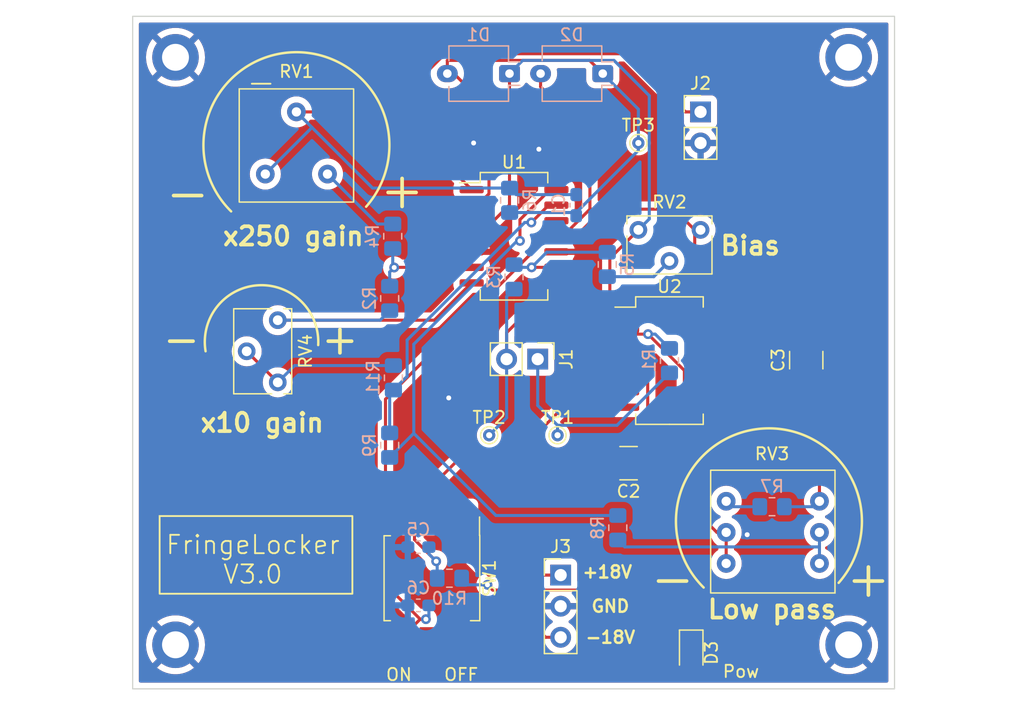
<source format=kicad_pcb>
(kicad_pcb (version 20211014) (generator pcbnew)
  (title_block (title "FringeLocker") (date "2023-02-10") (rev "0.1"))
  (layers (0 "F.Cu" signal) (31 "B.Cu" signal) (34 "B.Paste" user) (35 "F.Paste" user) (36 "B.SilkS" user "B.Silkscreen") (37 "F.SilkS" user "F.Silkscreen") (38 "B.Mask" user) (39 "F.Mask" user) (44 "Edge.Cuts" user))
  (net 0 "")
  (net 1 "Net-(R2-Pad2)")
  (net 2 "Net-(J1-Pad1)")
  (net 3 "Net-(R2-Pad1)")
  (net 4 "Net-(R3-Pad1)")
  (net 5 "Net-(C3-Pad2)")
  (net 6 "Net-(J1-Pad2)")
  (net 7 "Net-(R5-Pad1)")
  (net 8 "Net-(R4-Pad1)")
  (net 9 "Net-(C1-Pad2)")
  (net 10 "+15V")
  (net 11 "GND")
  (net 12 "-15V")
  (net 13 "Net-(C1-Pad1)")
  (net 14 "Net-(C3-Pad1)")
  (net 15 "Net-(R7-Pad2)")
  (net 16 "Net-(R8-Pad1)")
  (net 18 "Net-(R8-Pad2)")
  (net 19 "Net-(R11-Pad2)")
  (net 20 "Net-(R11-Pad1)")
  (net 21 "Net-(C2-Pad1)")
  (net 27 "Net-(D3-Pad2)")
  (net 32 "Net-(J3-Pad1)")
  (net 33 "Net-(J3-Pad3)")
  (footprint "TestPoint:TestPoint_THTPad_D1.0mm_Drill0.5mm" (layer "F.Cu") (at 140.716 87.376)
    (fp_text reference "TP1" (at 0 -1.448) (layer "F.SilkS"))
    (fp_text value "TP OUT")
    (fp_circle (center 0 0) (end 0 0.7) (layer "F.SilkS") (width 0.12) (fill none))
    (pad "1" thru_hole circle (at 0 0) (size 1 1) (drill 0.5) (layers *.Cu *.Mask) (net 2 "Net-(J1-Pad1)"))
  )
  (footprint "TestPoint:TestPoint_THTPad_D1.0mm_Drill0.5mm" (layer "F.Cu") (at 147.32 63.5)
    (fp_text reference "TP3" (at 0 -1.448) (layer "F.SilkS"))
    (fp_text value "TP PDs")
    (fp_circle (center 0 0) (end 0 0.7) (layer "F.SilkS") (width 0.12) (fill none))
    (pad "1" thru_hole circle (at 0 0) (size 1 1) (drill 0.5) (layers *.Cu *.Mask) (net 9 "Net-(C1-Pad2)"))
  )
  (footprint "MountingHole:MountingHole_2.2mm_M2_DIN965_Pad" (layer "F.Cu") (at 164.5 104.5)
    (fp_text reference "REF3" hide)
    (fp_text value "MountingHole_2.2mm_M2_DIN965_Pad")
    (pad "1" thru_hole circle locked (at 0 0) (size 3.8 3.8) (drill 2.2) (layers *.Cu *.Mask) (net 11 "GND"))
  )
  (footprint "Bourns_3310H:Bourns3310H" (layer "F.Cu") (at 154.4955 97.8535 180)
    (fp_text reference "RV3" (at -3.7465 8.9535 unlocked) (layer "F.SilkS"))
    (fp_text value "3310H_001_102L")
    (fp_rect (start -8.89 -2.413) (end 1.27 7.62) (layer "F.SilkS") (width 0.12) (fill none))
    (pad "1" thru_hole circle (at 0 0 180) (size 1.524 1.524) (drill 0.762) (layers *.Cu *.Mask) (net 21 "Net-(C2-Pad1)"))
    (pad "2" thru_hole circle (at 0 2.54 180) (size 1.524 1.524) (drill 0.762) (layers *.Cu *.Mask) (net 21 "Net-(C2-Pad1)"))
    (pad "3" thru_hole circle (at 0 5.08 180) (size 1.524 1.524) (drill 0.762) (layers *.Cu *.Mask) (net 15 "Net-(R7-Pad2)"))
    (pad "4" thru_hole circle (at -7.62 0 180) (size 1.524 1.524) (drill 0.762) (layers *.Cu *.Mask) (net 18 "Net-(R8-Pad2)"))
    (pad "5" thru_hole circle (at -7.62 2.54 180) (size 1.524 1.524) (drill 0.762) (layers *.Cu *.Mask) (net 18 "Net-(R8-Pad2)"))
    (pad "6" thru_hole circle (at -7.62 5.08 180) (size 1.524 1.524) (drill 0.762) (layers *.Cu *.Mask) (net 14 "Net-(C3-Pad1)"))
  )
  (footprint "Connector_PinHeader_2.54mm:PinHeader_1x02_P2.54mm_Vertical" (layer "F.Cu") (at 152.4 60.96)
    (fp_text reference "J2" (at 0 -2.33) (layer "F.SilkS"))
    (fp_text value "TP Scaler")
    (fp_line (start -1.33 3.87) (end 1.33 3.87) (layer "F.SilkS") (width 0.12))
    (fp_line (start 1.33 1.27) (end 1.33 3.87) (layer "F.SilkS") (width 0.12))
    (fp_line (start -1.33 0) (end -1.33 -1.33) (layer "F.SilkS") (width 0.12))
    (fp_line (start -1.33 1.27) (end -1.33 3.87) (layer "F.SilkS") (width 0.12))
    (fp_line (start -1.33 -1.33) (end 0 -1.33) (layer "F.SilkS") (width 0.12))
    (fp_line (start -1.33 1.27) (end 1.33 1.27) (layer "F.SilkS") (width 0.12))
    (pad "1" thru_hole rect (at 0 0) (size 1.7 1.7) (drill 1) (layers *.Cu *.Mask) (net 13 "Net-(C1-Pad1)"))
    (pad "2" thru_hole oval (at 0 2.54) (size 1.7 1.7) (drill 1) (layers *.Cu *.Mask) (net 11 "GND"))
  )
  (footprint "Potentiometer_THT:Potentiometer_Bourns_3266W_Vertical" (layer "F.Cu") (at 152.4 70.6)
    (fp_text reference "RV2" (at -2.54 -2.27) (layer "F.SilkS"))
    (fp_text value "100K")
    (fp_line (start -6.015 0.495) (end -6.015 3.6) (layer "F.SilkS") (width 0.12))
    (fp_line (start -6.015 -1.14) (end -6.015 -0.495) (layer "F.SilkS") (width 0.12))
    (fp_line (start -6.015 3.6) (end 0.935 3.6) (layer "F.SilkS") (width 0.12))
    (fp_line (start -6.015 -1.14) (end 0.935 -1.14) (layer "F.SilkS") (width 0.12))
    (fp_line (start 0.935 0.495) (end 0.935 3.6) (layer "F.SilkS") (width 0.12))
    (fp_line (start 0.935 -1.14) (end 0.935 -0.495) (layer "F.SilkS") (width 0.12))
    (pad "1" thru_hole circle (at 0 0) (size 1.44 1.44) (drill 0.8) (layers *.Cu *.Mask) (net 12 "-15V"))
    (pad "2" thru_hole circle (at -2.54 2.54) (size 1.44 1.44) (drill 0.8) (layers *.Cu *.Mask) (net 7 "Net-(R5-Pad1)"))
    (pad "3" thru_hole circle (at -5.08 0) (size 1.44 1.44) (drill 0.8) (layers *.Cu *.Mask) (net 10 "+15V"))
  )
  (footprint "Package_SO:SO-14_5.3x10.2mm_P1.27mm" (layer "F.Cu") (at 137.16 71.12)
    (fp_text reference "U1" (at 0 -6.05) (layer "F.SilkS"))
    (fp_text value "TL074")
    (fp_line (start -2.76 -4.37) (end -4.45 -4.37) (layer "F.SilkS") (width 0.12))
    (fp_line (start 0 -5.21) (end -2.76 -5.21) (layer "F.SilkS") (width 0.12))
    (fp_line (start 2.76 -5.21) (end 2.76 -4.37) (layer "F.SilkS") (width 0.12))
    (fp_line (start 0 5.21) (end 2.76 5.21) (layer "F.SilkS") (width 0.12))
    (fp_line (start -2.76 5.21) (end -2.76 4.37) (layer "F.SilkS") (width 0.12))
    (fp_line (start 2.76 5.21) (end 2.76 4.37) (layer "F.SilkS") (width 0.12))
    (fp_line (start 0 -5.21) (end 2.76 -5.21) (layer "F.SilkS") (width 0.12))
    (fp_line (start -2.76 -5.21) (end -2.76 -4.37) (layer "F.SilkS") (width 0.12))
    (fp_line (start 0 5.21) (end -2.76 5.21) (layer "F.SilkS") (width 0.12))
    (pad "1" smd roundrect (at -3.4625 -3.81) (size 1.975 0.6) (layers "F.Cu" "F.Paste" "F.Mask") (net 13 "Net-(C1-Pad1)"))
    (pad "2" smd roundrect (at -3.4625 -2.54) (size 1.975 0.6) (layers "F.Cu" "F.Paste" "F.Mask") (net 9 "Net-(C1-Pad2)"))
    (pad "3" smd roundrect (at -3.4625 -1.27) (size 1.975 0.6) (layers "F.Cu" "F.Paste" "F.Mask") (net 11 "GND"))
    (pad "4" smd roundrect (at -3.4625 0) (size 1.975 0.6) (layers "F.Cu" "F.Paste" "F.Mask") (net 10 "+15V"))
    (pad "5" smd roundrect (at -3.4625 1.27) (size 1.975 0.6) (layers "F.Cu" "F.Paste" "F.Mask") (net 11 "GND"))
    (pad "6" smd roundrect (at -3.4625 2.54) (size 1.975 0.6) (layers "F.Cu" "F.Paste" "F.Mask") (net 3 "Net-(R2-Pad1)"))
    (pad "7" smd roundrect (at -3.4625 3.81) (size 1.975 0.6) (layers "F.Cu" "F.Paste" "F.Mask") (net 1 "Net-(R2-Pad2)"))
    (pad "8" smd roundrect (at 3.4625 3.81) (size 1.975 0.6) (layers "F.Cu" "F.Paste" "F.Mask") (net 6 "Net-(J1-Pad2)"))
    (pad "9" smd roundrect (at 3.4625 2.54) (size 1.975 0.6) (layers "F.Cu" "F.Paste" "F.Mask") (net 4 "Net-(R3-Pad1)"))
    (pad "10" smd roundrect (at 3.4625 1.27) (size 1.975 0.6) (layers "F.Cu" "F.Paste" "F.Mask") (net 11 "GND"))
    (pad "11" smd roundrect (at 3.4625 0) (size 1.975 0.6) (layers "F.Cu" "F.Paste" "F.Mask") (net 12 "-15V"))
    (pad "12" smd roundrect (at 3.4625 -1.27) (size 1.975 0.6) (layers "F.Cu" "F.Paste" "F.Mask") (net 11 "GND"))
    (pad "13" smd roundrect (at 3.4625 -2.54) (size 1.975 0.6) (layers "F.Cu" "F.Paste" "F.Mask") (net 19 "Net-(R11-Pad2)"))
    (pad "14" smd roundrect (at 3.4625 -3.81) (size 1.975 0.6) (layers "F.Cu" "F.Paste" "F.Mask") (net 16 "Net-(R8-Pad1)"))
  )
  (footprint "Connector_PinHeader_2.54mm:PinHeader_1x02_P2.54mm_Vertical" (layer "F.Cu") (at 139.095 81.16 -90)
    (fp_text reference "J1" (at 0 -2.33 90) (layer "F.SilkS"))
    (fp_text value "OUT")
    (fp_line (start 1.33 1.27) (end 1.33 3.87) (layer "F.SilkS") (width 0.12))
    (fp_line (start -1.33 0) (end -1.33 -1.33) (layer "F.SilkS") (width 0.12))
    (fp_line (start -1.33 3.87) (end 1.33 3.87) (layer "F.SilkS") (width 0.12))
    (fp_line (start -1.33 1.27) (end -1.33 3.87) (layer "F.SilkS") (width 0.12))
    (fp_line (start -1.33 -1.33) (end 0 -1.33) (layer "F.SilkS") (width 0.12))
    (fp_line (start -1.33 1.27) (end 1.33 1.27) (layer "F.SilkS") (width 0.12))
    (pad "1" thru_hole rect (at 0 0 270) (size 1.7 1.7) (drill 1) (layers *.Cu *.Mask) (net 2 "Net-(J1-Pad1)"))
    (pad "2" thru_hole oval (at 0 2.54 270) (size 1.7 1.7) (drill 1) (layers *.Cu *.Mask) (net 6 "Net-(J1-Pad2)"))
  )
  (footprint "BatteryHolder:SlideSwitchASE_DPDT" (layer "F.Cu") (at 129.342 99.06 -90)
    (fp_text reference "SW1" (at 0 -5.805 90) (layer "F.SilkS"))
    (fp_text value "SW_Push_DPDT")
    (fp_line (start -3.47 2.28) (end -3.47 2.8) (layer "F.SilkS") (width 0.12))
    (fp_line (start 3.47 -5.02) (end -3.5 -5.02) (layer "F.SilkS") (width 0.12))
    (fp_line (start 3.47 -4.26) (end 3.47 -5.02) (layer "F.SilkS") (width 0.12))
    (fp_line (start -3.5 -5.02) (end -3.5 -5) (layer "F.SilkS") (width 0.12))
    (fp_line (start 3.47 2.8) (end 3.47 2.28) (layer "F.SilkS") (width 0.12))
    (fp_line (start -3.5 -5) (end -5 -5) (layer "F.SilkS") (width 0.12))
    (fp_line (start -3.47 2.8) (end 3.47 2.8) (layer "F.SilkS") (width 0.12))
    (pad "1" smd rect (at -5 -3.5 270) (size 2 1.78) (layers "F.Cu" "F.Paste" "F.Mask"))
    (pad "2" smd rect (at -5 -1 270) (size 2 1.75) (layers "F.Cu" "F.Paste" "F.Mask") (net 32 "Net-(J3-Pad1)"))
    (pad "3" smd rect (at -5 1.5 270) (size 2 1.62) (layers "F.Cu" "F.Paste" "F.Mask") (net 10 "+15V"))
    (pad "4" smd rect (at 5 -3.5 270) (size 2 1.7) (layers "F.Cu" "F.Paste" "F.Mask"))
    (pad "5" smd rect (at 5 -1 270) (size 2 1.78) (layers "F.Cu" "F.Paste" "F.Mask") (net 33 "Net-(J3-Pad3)"))
    (pad "6" smd rect (at 5 1.5 270) (size 2 1.78) (layers "F.Cu" "F.Paste" "F.Mask") (net 12 "-15V"))
  )
  (footprint "MountingHole:MountingHole_2.2mm_M2_DIN965_Pad" (layer "F.Cu") (at 164.5 56.5)
    (fp_text reference "REF2" hide)
    (fp_text value "MountingHole_2.2mm_M2_DIN965_Pad")
    (pad "1" thru_hole circle locked (at 0 0) (size 3.8 3.8) (drill 2.2) (layers *.Cu *.Mask) (net 11 "GND"))
  )
  (footprint "Package_SO:SO-14_5.3x10.2mm_P1.27mm" (layer "F.Cu") (at 149.86 81.28)
    (fp_text reference "U2" (at 0 -6.05) (layer "F.SilkS"))
    (fp_text value "TL074")
    (fp_line (start 0 5.21) (end -2.76 5.21) (layer "F.SilkS") (width 0.12))
    (fp_line (start 0 5.21) (end 2.76 5.21) (layer "F.SilkS") (width 0.12))
    (fp_line (start 0 -5.21) (end -2.76 -5.21) (layer "F.SilkS") (width 0.12))
    (fp_line (start 0 -5.21) (end 2.76 -5.21) (layer "F.SilkS") (width 0.12))
    (fp_line (start -2.76 5.21) (end -2.76 4.37) (layer "F.SilkS") (width 0.12))
    (fp_line (start -2.76 -5.21) (end -2.76 -4.37) (layer "F.SilkS") (width 0.12))
    (fp_line (start -2.76 -4.37) (end -4.45 -4.37) (layer "F.SilkS") (width 0.12))
    (fp_line (start 2.76 -5.21) (end 2.76 -4.37) (layer "F.SilkS") (width 0.12))
    (fp_line (start 2.76 5.21) (end 2.76 4.37) (layer "F.SilkS") (width 0.12))
    (pad "1" smd roundrect (at -3.4625 -3.81) (size 1.975 0.6) (layers "F.Cu" "F.Paste" "F.Mask") (net 5 "Net-(C3-Pad2)"))
    (pad "2" smd roundrect (at -3.4625 -2.54) (size 1.975 0.6) (layers "F.Cu" "F.Paste" "F.Mask") (net 5 "Net-(C3-Pad2)"))
    (pad "3" smd roundrect (at -3.4625 -1.27) (size 1.975 0.6) (layers "F.Cu" "F.Paste" "F.Mask") (net 21 "Net-(C2-Pad1)"))
    (pad "4" smd roundrect (at -3.4625 0) (size 1.975 0.6) (layers "F.Cu" "F.Paste" "F.Mask") (net 10 "+15V"))
    (pad "5" smd roundrect (at -3.4625 1.27) (size 1.975 0.6) (layers "F.Cu" "F.Paste" "F.Mask"))
    (pad "6" smd roundrect (at -3.4625 2.54) (size 1.975 0.6) (layers "F.Cu" "F.Paste" "F.Mask"))
    (pad "7" smd roundrect (at -3.4625 3.81) (size 1.975 0.6) (layers "F.Cu" "F.Paste" "F.Mask"))
    (pad "8" smd roundrect (at 3.4625 3.81) (size 1.975 0.6) (layers "F.Cu" "F.Paste" "F.Mask"))
    (pad "9" smd roundrect (at 3.4625 2.54) (size 1.975 0.6) (layers "F.Cu" "F.Paste" "F.Mask"))
    (pad "10" smd roundrect (at 3.4625 1.27) (size 1.975 0.6) (layers "F.Cu" "F.Paste" "F.Mask"))
    (pad "11" smd roundrect (at 3.4625 0) (size 1.975 0.6) (layers "F.Cu" "F.Paste" "F.Mask") (net 12 "-15V"))
    (pad "12" smd roundrect (at 3.4625 -1.27) (size 1.975 0.6) (layers "F.Cu" "F.Paste" "F.Mask"))
    (pad "13" smd roundrect (at 3.4625 -2.54) (size 1.975 0.6) (layers "F.Cu" "F.Paste" "F.Mask"))
    (pad "14" smd roundrect (at 3.4625 -3.81) (size 1.975 0.6) (layers "F.Cu" "F.Paste" "F.Mask"))
  )
  (footprint "MountingHole:MountingHole_2.2mm_M2_DIN965_Pad" (layer "F.Cu") (at 109.5 56.5)
    (fp_text reference "REF1" hide)
    (fp_text value "MountingHole_2.2mm_M2_DIN965_Pad")
    (pad "1" thru_hole circle locked (at 0 0) (size 3.8 3.8) (drill 2.2) (layers *.Cu *.Mask) (net 11 "GND"))
  )
  (footprint "Capacitor_SMD:C_1210_3225Metric_Pad1.33x2.70mm_HandSolder" (layer "F.Cu") (at 146.5195 89.662 180)
    (fp_text reference "C2" (at 0 -2.3) (layer "F.SilkS"))
    (fp_text value "10uF")
    (fp_line (start -0.711252 -1.36) (end 0.711252 -1.36) (layer "F.SilkS") (width 0.12))
    (fp_line (start -0.711252 1.36) (end 0.711252 1.36) (layer "F.SilkS") (width 0.12))
    (pad "1" smd roundrect (at -1.5625 0 180) (size 1.325 2.7) (layers "F.Cu" "F.Paste" "F.Mask") (roundrect_rratio 0.1886792453) (net 21 "Net-(C2-Pad1)"))
    (pad "2" smd roundrect (at 1.5625 0 180) (size 1.325 2.7) (layers "F.Cu" "F.Paste" "F.Mask") (roundrect_rratio 0.1886792453) (net 11 "GND"))
  )
  (footprint "LED_SMD:LED_0805_2012Metric_Pad1.15x1.40mm_HandSolder" (layer "F.Cu") (at 151.638 105.156 -90)
    (fp_text reference "D3" (at 0 -1.65 90) (layer "F.SilkS"))
    (fp_text value "LED_Small")
    (fp_line (start 1 -0.96) (end -1.86 -0.96) (layer "F.SilkS") (width 0.12))
    (fp_line (start -1.86 -0.96) (end -1.86 0.96) (layer "F.SilkS") (width 0.12))
    (fp_line (start -1.86 0.96) (end 1 0.96) (layer "F.SilkS") (width 0.12))
    (pad "1" smd roundrect (at -1.025 0 270) (size 1.15 1.4) (layers "F.Cu" "F.Paste" "F.Mask") (roundrect_rratio 0.2173913043) (net 11 "GND"))
    (pad "2" smd roundrect (at 1.025 0 270) (size 1.15 1.4) (layers "F.Cu" "F.Paste" "F.Mask") (roundrect_rratio 0.2173913043) (net 27 "Net-(D3-Pad2)"))
  )
  (footprint "Potentiometer_THT:Potentiometer_Bourns_3266W_Vertical" (layer "F.Cu") (at 117.856 83.058 -90)
    (fp_text reference "RV4" (at -2.54 -2.27 90) (layer "F.SilkS"))
    (fp_text value "10K")
    (fp_line (start 0.935 -1.14) (end 0.935 -0.495) (layer "F.SilkS") (width 0.12))
    (fp_line (start -6.015 0.495) (end -6.015 3.6) (layer "F.SilkS") (width 0.12))
    (fp_line (start -6.015 -1.14) (end 0.935 -1.14) (layer "F.SilkS") (width 0.12))
    (fp_line (start -6.015 -1.14) (end -6.015 -0.495) (layer "F.SilkS") (width 0.12))
    (fp_line (start -6.015 3.6) (end 0.935 3.6) (layer "F.SilkS") (width 0.12))
    (fp_line (start 0.935 0.495) (end 0.935 3.6) (layer "F.SilkS") (width 0.12))
    (pad "1" thru_hole circle (at 0 0 270) (size 1.44 1.44) (drill 0.8) (layers *.Cu *.Mask) (net 20 "Net-(R11-Pad1)"))
    (pad "2" thru_hole circle (at -2.54 2.54 270) (size 1.44 1.44) (drill 0.8) (layers *.Cu *.Mask) (net 20 "Net-(R11-Pad1)"))
    (pad "3" thru_hole circle (at -5.08 0 270) (size 1.44 1.44) (drill 0.8) (layers *.Cu *.Mask) (net 1 "Net-(R2-Pad2)"))
  )
  (footprint "MountingHole:MountingHole_2.2mm_M2_DIN965_Pad" (layer "F.Cu") (at 109.5 104.5)
    (fp_text reference "REF4" hide)
    (fp_text value "MountingHole_2.2mm_M2_DIN965_Pad")
    (pad "1" thru_hole circle locked (at 0 0) (size 3.8 3.8) (drill 2.2) (layers *.Cu *.Mask) (net 11 "GND"))
  )
  (footprint "Bourns_3310H:Bourns3310Y" (layer "F.Cu") (at 116.84 66.04)
    (fp_text reference "RV1" (at 2.54 -8.382 unlocked) (layer "F.SilkS"))
    (fp_text value "3310Y_001_503L")
    (fp_rect (start -2.1336 -6.9596) (end 7.2136 2.286) (layer "F.SilkS") (width 0.12) (fill none))
    (pad "1" thru_hole circle (at 0 0) (size 1.524 1.524) (drill 0.762) (layers *.Cu *.Mask) (net 13 "Net-(C1-Pad1)"))
    (pad "2" thru_hole circle (at 2.54 -5.08) (size 1.524 1.524) (drill 0.762) (layers *.Cu *.Mask) (net 13 "Net-(C1-Pad1)"))
    (pad "3" thru_hole circle (at 5.08 0) (size 1.524 1.524) (drill 0.762) (layers *.Cu *.Mask) (net 8 "Net-(R4-Pad1)"))
  )
  (footprint "Capacitor_SMD:C_1210_3225Metric_Pad1.33x2.70mm_HandSolder" (layer "F.Cu") (at 161.036 81.2415 90)
    (fp_text reference "C3" (at 0 -2.3 90) (layer "F.SilkS"))
    (fp_text value "10uF")
    (fp_line (start -0.711252 -1.36) (end 0.711252 -1.36) (layer "F.SilkS") (width 0.12))
    (fp_line (start -0.711252 1.36) (end 0.711252 1.36) (layer "F.SilkS") (width 0.12))
    (pad "1" smd roundrect (at -1.5625 0 90) (size 1.325 2.7) (layers "F.Cu" "F.Paste" "F.Mask") (roundrect_rratio 0.1886792453) (net 14 "Net-(C3-Pad1)"))
    (pad "2" smd roundrect (at 1.5625 0 90) (size 1.325 2.7) (layers "F.Cu" "F.Paste" "F.Mask") (roundrect_rratio 0.1886792453) (net 5 "Net-(C3-Pad2)"))
  )
  (footprint "TestPoint:TestPoint_THTPad_D1.0mm_Drill0.5mm" (layer "F.Cu") (at 135.128 87.376)
    (fp_text reference "TP2" (at 0 -1.448) (layer "F.SilkS"))
    (fp_text value "TP Bias")
    (fp_circle (center 0 0) (end 0 0.7) (layer "F.SilkS") (width 0.12) (fill none))
    (pad "1" thru_hole circle (at 0 0) (size 1 1) (drill 0.5) (layers *.Cu *.Mask) (net 6 "Net-(J1-Pad2)"))
  )
  (footprint "Connector_PinHeader_2.54mm:PinHeader_1x03_P2.54mm_Vertical" (layer "F.Cu") (at 140.97 98.806)
    (fp_text reference "J3" (at 0 -2.33) (layer "F.SilkS"))
    (fp_text value "Conn_01x03_Male")
    (fp_line (start -1.33 1.27) (end 1.33 1.27) (layer "F.SilkS") (width 0.12))
    (fp_line (start -1.33 0) (end -1.33 -1.33) (layer "F.SilkS") (width 0.12))
    (fp_line (start 1.33 1.27) (end 1.33 6.41) (layer "F.SilkS") (width 0.12))
    (fp_line (start -1.33 1.27) (end -1.33 6.41) (layer "F.SilkS") (width 0.12))
    (fp_line (start -1.33 6.41) (end 1.33 6.41) (layer "F.SilkS") (width 0.12))
    (fp_line (start -1.33 -1.33) (end 0 -1.33) (layer "F.SilkS") (width 0.12))
    (pad "1" thru_hole rect (at 0 0) (size 1.7 1.7) (drill 1) (layers *.Cu *.Mask) (net 32 "Net-(J3-Pad1)"))
    (pad "2" thru_hole oval (at 0 2.54) (size 1.7 1.7) (drill 1) (layers *.Cu *.Mask) (net 11 "GND"))
    (pad "3" thru_hole oval (at 0 5.08) (size 1.7 1.7) (drill 1) (layers *.Cu *.Mask) (net 33 "Net-(J3-Pad3)"))
  )
  (footprint "Resistor_SMD:R_0805_2012Metric_Pad1.20x1.40mm_HandSolder" (layer "B.Cu") (at 149.86 81.28 -90)
    (fp_text reference "R1" (at 0 1.65 90) (layer "B.SilkS") (effects (justify mirror)))
    (fp_text value "100")
    (fp_line (start -0.227064 0.735) (end 0.227064 0.735) (layer "B.SilkS") (width 0.12))
    (fp_line (start -0.227064 -0.735) (end 0.227064 -0.735) (layer "B.SilkS") (width 0.12))
    (pad "1" smd roundrect (at -1 0 270) (size 1.2 1.4) (layers "B.Cu" "B.Paste" "B.Mask") (roundrect_rratio 0.2083333333) (net 5 "Net-(C3-Pad2)"))
    (pad "2" smd roundrect (at 1 0 270) (size 1.2 1.4) (layers "B.Cu" "B.Paste" "B.Mask") (roundrect_rratio 0.2083333333) (net 2 "Net-(J1-Pad1)"))
  )
  (footprint "Resistor_SMD:R_0805_2012Metric_Pad1.20x1.40mm_HandSolder" (layer "B.Cu") (at 137.16 74.438 -90)
    (fp_text reference "R3" (at 0 1.65 90) (layer "B.SilkS") (effects (justify mirror)))
    (fp_text value "100K")
    (fp_line (start -0.227064 0.735) (end 0.227064 0.735) (layer "B.SilkS") (width 0.12))
    (fp_line (start -0.227064 -0.735) (end 0.227064 -0.735) (layer "B.SilkS") (width 0.12))
    (pad "1" smd roundrect (at -1 0 270) (size 1.2 1.4) (layers "B.Cu" "B.Paste" "B.Mask") (roundrect_rratio 0.2083333333) (net 4 "Net-(R3-Pad1)"))
    (pad "2" smd roundrect (at 1 0 270) (size 1.2 1.4) (layers "B.Cu" "B.Paste" "B.Mask") (roundrect_rratio 0.2083333333) (net 6 "Net-(J1-Pad2)"))
  )
  (footprint "Resistor_SMD:R_0805_2012Metric_Pad1.20x1.40mm_HandSolder" (layer "B.Cu") (at 127 88.19 -90)
    (fp_text reference "R9" (at 0 1.65 90) (layer "B.SilkS") (effects (justify mirror)))
    (fp_text value "10K")
    (fp_line (start -0.227064 0.735) (end 0.227064 0.735) (layer "B.SilkS") (width 0.12))
    (fp_line (start -0.227064 -0.735) (end 0.227064 -0.735) (layer "B.SilkS") (width 0.12))
    (pad "1" smd roundrect (at -1 0 270) (size 1.2 1.4) (layers "B.Cu" "B.Paste" "B.Mask") (roundrect_rratio 0.2083333333) (net 19 "Net-(R11-Pad2)"))
    (pad "2" smd roundrect (at 1 0 270) (size 1.2 1.4) (layers "B.Cu" "B.Paste" "B.Mask") (roundrect_rratio 0.2083333333) (net 16 "Net-(R8-Pad1)"))
  )
  (footprint "OptoDevice:Osram_DIL2_4.3x4.65mm_P5.08mm" (layer "B.Cu") (at 136.79 57.83 180)
    (fp_text reference "D1" (at 2.54 3.17) (layer "B.SilkS") (effects (justify mirror)))
    (fp_text value "BPW34")
    (fp_line (start 0.08 0.96) (end -0.84 0.96) (layer "B.SilkS") (width 0.12))
    (fp_line (start 4.95 -1.06) (end 4.95 -2.26) (layer "B.SilkS") (width 0.12))
    (fp_line (start 0.08 -0.96) (end 0.08 -2.26) (layer "B.SilkS") (width 0.12))
    (fp_line (start 4.95 2.26) (end 4.95 1.06) (layer "B.SilkS") (width 0.12))
    (fp_line (start 0.08 2.26) (end 4.95 2.26) (layer "B.SilkS") (width 0.12))
    (fp_line (start 4.95 -2.26) (end 0.08 -2.26) (layer "B.SilkS") (width 0.12))
    (fp_line (start 0.08 2.26) (end 0.08 0.96) (layer "B.SilkS") (width 0.12))
    (fp_line (start 0.08 -0.96) (end -0.84 -0.96) (layer "B.SilkS") (width 0.12))
    (pad "1" thru_hole roundrect (at 0 0 180) (size 1.7 1.4) (drill 0.7) (layers *.Cu *.Mask) (roundrect_rratio 0.178) (net 10 "+15V"))
    (pad "2" thru_hole oval (at 5.08 0 180) (size 1.7 1.4) (drill 0.7) (layers *.Cu *.Mask) (net 9 "Net-(C1-Pad2)"))
  )
  (footprint "Resistor_SMD:R_0805_2012Metric_Pad1.20x1.40mm_HandSolder" (layer "B.Cu") (at 127 76.2 -90)
    (fp_text reference "R2" (at 0 1.65 90) (layer "B.SilkS") (effects (justify mirror)))
    (fp_text value "250K")
    (fp_line (start -0.227064 -0.735) (end 0.227064 -0.735) (layer "B.SilkS") (width 0.12))
    (fp_line (start -0.227064 0.735) (end 0.227064 0.735) (layer "B.SilkS") (width 0.12))
    (pad "1" smd roundrect (at -1 0 270) (size 1.2 1.4) (layers "B.Cu" "B.Paste" "B.Mask") (roundrect_rratio 0.2083333333) (net 3 "Net-(R2-Pad1)"))
    (pad "2" smd roundrect (at 1 0 270) (size 1.2 1.4) (layers "B.Cu" "B.Paste" "B.Mask") (roundrect_rratio 0.2083333333) (net 1 "Net-(R2-Pad2)"))
  )
  (footprint "Resistor_SMD:R_0805_2012Metric_Pad1.20x1.40mm_HandSolder" (layer "B.Cu") (at 145.6388 94.935 -90)
    (fp_text reference "R8" (at 0 1.65 90) (layer "B.SilkS") (effects (justify mirror)))
    (fp_text value "200")
    (fp_line (start -0.227064 -0.735) (end 0.227064 -0.735) (layer "B.SilkS") (width 0.12))
    (fp_line (start -0.227064 0.735) (end 0.227064 0.735) (layer "B.SilkS") (width 0.12))
    (pad "1" smd roundrect (at -1 0 270) (size 1.2 1.4) (layers "B.Cu" "B.Paste" "B.Mask") (roundrect_rratio 0.2083333333) (net 16 "Net-(R8-Pad1)"))
    (pad "2" smd roundrect (at 1 0 270) (size 1.2 1.4) (layers "B.Cu" "B.Paste" "B.Mask") (roundrect_rratio 0.2083333333) (net 18 "Net-(R8-Pad2)"))
  )
  (footprint "Resistor_SMD:R_0805_2012Metric_Pad1.20x1.40mm_HandSolder" (layer "B.Cu") (at 144.78 73.422 90)
    (fp_text reference "R5" (at 0 1.65 90) (layer "B.SilkS") (effects (justify mirror)))
    (fp_text value "100K")
    (fp_line (start -0.227064 -0.735) (end 0.227064 -0.735) (layer "B.SilkS") (width 0.12))
    (fp_line (start -0.227064 0.735) (end 0.227064 0.735) (layer "B.SilkS") (width 0.12))
    (pad "1" smd roundrect (at -1 0 90) (size 1.2 1.4) (layers "B.Cu" "B.Paste" "B.Mask") (roundrect_rratio 0.2083333333) (net 7 "Net-(R5-Pad1)"))
    (pad "2" smd roundrect (at 1 0 90) (size 1.2 1.4) (layers "B.Cu" "B.Paste" "B.Mask") (roundrect_rratio 0.2083333333) (net 4 "Net-(R3-Pad1)"))
  )
  (footprint "Capacitor_SMD:C_0603_1608Metric_Pad1.08x0.95mm_HandSolder" (layer "B.Cu") (at 142.24 68.58 -90)
    (fp_text reference "C1" (at 0 1.43 90) (layer "B.SilkS") (effects (justify mirror)))
    (fp_text value "1.6nF")
    (fp_line (start -0.146267 -0.51) (end 0.146267 -0.51) (layer "B.SilkS") (width 0.12))
    (fp_line (start -0.146267 0.51) (end 0.146267 0.51) (layer "B.SilkS") (width 0.12))
    (pad "1" smd roundrect (at -0.8625 0 270) (size 1.075 0.95) (layers "B.Cu" "B.Paste" "B.Mask") (net 13 "Net-(C1-Pad1)"))
    (pad "2" smd roundrect (at 0.8625 0 270) (size 1.075 0.95) (layers "B.Cu" "B.Paste" "B.Mask") (net 9 "Net-(C1-Pad2)"))
  )
  (footprint "Capacitor_SMD:C_0603_1608Metric_Pad1.08x0.95mm_HandSolder" (layer "B.Cu") (at 129.342 101.28 180)
    (fp_text reference "C6" (at 0 1.43) (layer "B.SilkS") (effects (justify mirror)))
    (fp_text value "1uF")
    (fp_line (start -0.146267 -0.51) (end 0.146267 -0.51) (layer "B.SilkS") (width 0.12))
    (fp_line (start -0.146267 0.51) (end 0.146267 0.51) (layer "B.SilkS") (width 0.12))
    (pad "1" smd roundrect (at -0.8625 0 180) (size 1.075 0.95) (layers "B.Cu" "B.Paste" "B.Mask") (net 12 "-15V"))
    (pad "2" smd roundrect (at 0.8625 0 180) (size 1.075 0.95) (layers "B.Cu" "B.Paste" "B.Mask") (net 11 "GND"))
  )
  (footprint "OptoDevice:Osram_DIL2_4.3x4.65mm_P5.08mm" (layer "B.Cu") (at 144.41 57.83 180)
    (fp_text reference "D2" (at 2.54 3.17) (layer "B.SilkS") (effects (justify mirror)))
    (fp_text value "BPW34")
    (fp_line (start 4.95 2.26) (end 4.95 1.06) (layer "B.SilkS") (width 0.12))
    (fp_line (start 0.08 2.26) (end 4.95 2.26) (layer "B.SilkS") (width 0.12))
    (fp_line (start 0.08 2.26) (end 0.08 0.96) (layer "B.SilkS") (width 0.12))
    (fp_line (start 4.95 -2.26) (end 0.08 -2.26) (layer "B.SilkS") (width 0.12))
    (fp_line (start 0.08 -0.96) (end 0.08 -2.26) (layer "B.SilkS") (width 0.12))
    (fp_line (start 0.08 0.96) (end -0.84 0.96) (layer "B.SilkS") (width 0.12))
    (fp_line (start 0.08 -0.96) (end -0.84 -0.96) (layer "B.SilkS") (width 0.12))
    (fp_line (start 4.95 -1.06) (end 4.95 -2.26) (layer "B.SilkS") (width 0.12))
    (pad "1" thru_hole roundrect (at 0 0 180) (size 1.7 1.4) (drill 0.7) (layers *.Cu *.Mask) (roundrect_rratio 0.178) (net 9 "Net-(C1-Pad2)"))
    (pad "2" thru_hole oval (at 5.08 0 180) (size 1.7 1.4) (drill 0.7) (layers *.Cu *.Mask) (net 12 "-15V"))
  )
  (footprint "Resistor_SMD:R_0805_2012Metric_Pad1.20x1.40mm_HandSolder" (layer "B.Cu") (at 136.8 68.1821 90)
    (fp_text reference "R6" (at 0 1.65 90) (layer "B.SilkS") (effects (justify mirror)))
    (fp_text value "1M")
    (fp_line (start -0.227064 -0.735) (end 0.227064 -0.735) (layer "B.SilkS") (width 0.12))
    (fp_line (start -0.227064 0.735) (end 0.227064 0.735) (layer "B.SilkS") (width 0.12))
    (pad "1" smd roundrect (at -1 0 90) (size 1.2 1.4) (layers "B.Cu" "B.Paste" "B.Mask") (roundrect_rratio 0.2083333333) (net 9 "Net-(C1-Pad2)"))
    (pad "2" smd roundrect (at 1 0 90) (size 1.2 1.4) (layers "B.Cu" "B.Paste" "B.Mask") (roundrect_rratio 0.2083333333) (net 13 "Net-(C1-Pad1)"))
  )
  (footprint "Resistor_SMD:R_0805_2012Metric_Pad1.20x1.40mm_HandSolder" (layer "B.Cu") (at 131.882 99.06)
    (fp_text reference "R10" (at 0 1.65) (layer "B.SilkS") (effects (justify mirror)))
    (fp_text value "7.5K")
    (fp_line (start -0.227064 0.735) (end 0.227064 0.735) (layer "B.SilkS") (width 0.12))
    (fp_line (start -0.227064 -0.735) (end 0.227064 -0.735) (layer "B.SilkS") (width 0.12))
    (pad "1" smd roundrect (at -1 0) (size 1.2 1.4) (layers "B.Cu" "B.Paste" "B.Mask") (roundrect_rratio 0.2083333333) (net 10 "+15V"))
    (pad "2" smd roundrect (at 1 0) (size 1.2 1.4) (layers "B.Cu" "B.Paste" "B.Mask") (roundrect_rratio 0.2083333333) (net 27 "Net-(D3-Pad2)"))
  )
  (footprint "Capacitor_SMD:C_0603_1608Metric_Pad1.08x0.95mm_HandSolder" (layer "B.Cu") (at 129.342 96.52 180)
    (fp_text reference "C5" (at 0 1.43) (layer "B.SilkS") (effects (justify mirror)))
    (fp_text value "1uF")
    (fp_line (start -0.146267 0.51) (end 0.146267 0.51) (layer "B.SilkS") (width 0.12))
    (fp_line (start -0.146267 -0.51) (end 0.146267 -0.51) (layer "B.SilkS") (width 0.12))
    (pad "1" smd roundrect (at -0.8625 0 180) (size 1.075 0.95) (layers "B.Cu" "B.Paste" "B.Mask") (net 10 "+15V"))
    (pad "2" smd roundrect (at 0.8625 0 180) (size 1.075 0.95) (layers "B.Cu" "B.Paste" "B.Mask") (net 11 "GND"))
  )
  (footprint "Resistor_SMD:R_0805_2012Metric_Pad1.20x1.40mm_HandSolder" (layer "B.Cu") (at 127.305 82.6847 -90)
    (fp_text reference "R11" (at 0 1.65 90) (layer "B.SilkS") (effects (justify mirror)))
    (fp_text value "1K")
    (fp_line (start -0.227064 -0.735) (end 0.227064 -0.735) (layer "B.SilkS") (width 0.12))
    (fp_line (start -0.227064 0.735) (end 0.227064 0.735) (layer "B.SilkS") (width 0.12))
    (pad "1" smd roundrect (at -1 0 270) (size 1.2 1.4) (layers "B.Cu" "B.Paste" "B.Mask") (roundrect_rratio 0.2083333333) (net 20 "Net-(R11-Pad1)"))
    (pad "2" smd roundrect (at 1 0 270) (size 1.2 1.4) (layers "B.Cu" "B.Paste" "B.Mask") (roundrect_rratio 0.2083333333) (net 19 "Net-(R11-Pad2)"))
  )
  (footprint "Resistor_SMD:R_0805_2012Metric_Pad1.20x1.40mm_HandSolder" (layer "B.Cu") (at 158.242 93.218 180)
    (fp_text reference "R7" (at 0 1.65) (layer "B.SilkS") (effects (justify mirror)))
    (fp_text value "200")
    (fp_line (start -0.227064 0.735) (end 0.227064 0.735) (layer "B.SilkS") (width 0.12))
    (fp_line (start -0.227064 -0.735) (end 0.227064 -0.735) (layer "B.SilkS") (width 0.12))
    (pad "1" smd roundrect (at -1 0 180) (size 1.2 1.4) (layers "B.Cu" "B.Paste" "B.Mask") (roundrect_rratio 0.2083333333) (net 14 "Net-(C3-Pad1)"))
    (pad "2" smd roundrect (at 1 0 180) (size 1.2 1.4) (layers "B.Cu" "B.Paste" "B.Mask") (roundrect_rratio 0.2083333333) (net 15 "Net-(R7-Pad2)"))
  )
  (footprint "Resistor_SMD:R_0805_2012Metric_Pad1.20x1.40mm_HandSolder" (layer "B.Cu") (at 127.25 71.12 -90)
    (fp_text reference "R4" (at 0 1.65 90) (layer "B.SilkS") (effects (justify mirror)))
    (fp_text value "1K")
    (fp_line (start -0.227064 -0.735) (end 0.227064 -0.735) (layer "B.SilkS") (width 0.12))
    (fp_line (start -0.227064 0.735) (end 0.227064 0.735) (layer "B.SilkS") (width 0.12))
    (pad "1" smd roundrect (at -1 0 270) (size 1.2 1.4) (layers "B.Cu" "B.Paste" "B.Mask") (roundrect_rratio 0.2083333333) (net 8 "Net-(R4-Pad1)"))
    (pad "2" smd roundrect (at 1 0 270) (size 1.2 1.4) (layers "B.Cu" "B.Paste" "B.Mask") (roundrect_rratio 0.2083333333) (net 3 "Net-(R2-Pad1)"))
  )
  (gr_rect (start 108.204 93.98) (end 123.952 100.33) (layer "F.SilkS") (width 0.15) (fill none))
  (gr_arc (start 114.046001 69.087999) (mid 119.116547 56.084882) (end 125.076161 68.705281) (layer "F.SilkS") (width 0.2))
  (gr_arc (start 152.654001 99.821999) (mid 157.724547 86.818882) (end 163.684161 99.439281) (layer "F.SilkS") (width 0.2))
  (gr_arc (start 111.958071 80.514893) (mid 116.27608 75.124792) (end 121.158 80.01) (layer "F.SilkS") (width 0.2))
  (gr_rect locked (start 106 53.15) (end 168.25 108.1) (layer "Edge.Cuts") (width 0.1) (fill none))
  (gr_text "Pow" (at 155.702 106.68) (layer "F.SilkS") (effects (font (size 1 1))))
  (gr_text "GND" (at 145.034 101.346) (layer "F.SilkS") (effects (font (size 1 1) (thickness 0.2))))
  (gr_text "-" (at 116.5 58.5) (layer "F.SilkS") (effects (font (size 2 2))))
  (gr_text "-" (at 150.114 99.06) (layer "F.SilkS") (effects (font (size 3 3) (thickness 0.3))))
  (gr_text "+" (at 122.936 79.502) (layer "F.SilkS") (effects (font (size 2.5 2.5) (thickness 0.3))))
  (gr_text "ON" (at 127.762 106.934) (layer "F.SilkS") (effects (font (size 1 1))))
  (gr_text "+" (at 128.016 67.31) (layer "F.SilkS") (effects (font (size 3 3) (thickness 0.3))))
  (gr_text "x10 gain" (at 116.586 86.36) (layer "F.SilkS") (effects (font (size 1.5 1.5) (thickness 0.3))))
  (gr_text "+18V" (at 144.78 98.552) (layer "F.SilkS") (effects (font (size 1 1) (thickness 0.2))))
  (gr_text "OFF" (at 132.842 106.934) (layer "F.SilkS") (effects (font (size 1 1))))
  (gr_text "FringeLocker\nV3.0" (at 115.824 97.536) (layer "F.SilkS") (effects (font (size 1.5 1.5))))
  (gr_text "Bias" (at 156.464 71.882) (layer "F.SilkS") (effects (font (size 1.5 1.5) (thickness 0.3))))
  (gr_text "-" (at 110.49 67.564) (layer "F.SilkS") (effects (font (size 3 3) (thickness 0.3))))
  (gr_text "Low pass" (at 158.242 101.6) (layer "F.SilkS") (effects (font (size 1.5 1.5) (thickness 0.3))))
  (gr_text "x250 gain" (at 119.126 71.12) (layer "F.SilkS") (effects (font (size 1.5 1.5) (thickness 0.3))))
  (gr_text "+" (at 166.116 99.06) (layer "F.SilkS") (effects (font (size 3 3) (thickness 0.3))))
  (gr_text "-18V" (at 145.034 103.886) (layer "F.SilkS") (effects (font (size 1 1) (thickness 0.2))))
  (gr_text "-" (at 109.982 79.502) (layer "F.SilkS") (effects (font (size 2.5 2.5) (thickness 0.3))))
  (segment (start 117.856 77.978) (end 130.6495 77.978) (width 0.25) (layer "F.Cu") (net 1))
  (segment (start 130.6495 77.978) (end 133.6975 74.93) (width 0.25) (layer "F.Cu") (net 1))
  (segment (start 126.222 77.978) (end 127 77.2) (width 0.25) (layer "B.Cu") (net 1))
  (segment (start 117.856 77.978) (end 126.222 77.978) (width 0.25) (layer "B.Cu") (net 1))
  (segment (start 140.716 86.5655) (end 145.5745 86.5655) (width 0.25) (layer "B.Cu") (net 2))
  (segment (start 139.095 84.9445) (end 140.716 86.5655) (width 0.25) (layer "B.Cu") (net 2))
  (segment (start 145.5745 86.5655) (end 149.86 82.28) (width 0.25) (layer "B.Cu") (net 2))
  (segment (start 140.716 86.5655) (end 140.716 87.376) (width 0.25) (layer "B.Cu") (net 2))
  (segment (start 139.095 81.16) (end 139.095 84.9445) (width 0.25) (layer "B.Cu") (net 2))
  (segment (start 127.3806 73.66) (end 127.368 73.6726) (width 0.25) (layer "F.Cu") (net 3))
  (segment (start 133.6975 73.66) (end 127.3806 73.66) (width 0.25) (layer "F.Cu") (net 3))
  (via (at 127.368 73.6726) (size 0.8) (drill 0.4) (layers "F.Cu" "B.Cu") (net 3))
  (segment (start 127 74.0406) (end 127 75.2) (width 0.25) (layer "B.Cu") (net 3))
  (segment (start 127.368 73.6726) (end 127 74.0406) (width 0.25) (layer "B.Cu") (net 3))
  (segment (start 127.368 73.6726) (end 127.25 73.5546) (width 0.25) (layer "B.Cu") (net 3))
  (segment (start 127.25 73.5546) (end 127.25 72.12) (width 0.25) (layer "B.Cu") (net 3))
  (segment (start 138.597 73.66) (end 140.6225 73.66) (width 0.25) (layer "F.Cu") (net 4))
  (via (at 138.597 73.66) (size 0.8) (drill 0.4) (layers "F.Cu" "B.Cu") (net 4))
  (segment (start 137.382 73.66) (end 137.16 73.438) (width 0.25) (layer "B.Cu") (net 4))
  (segment (start 138.597 73.66) (end 137.382 73.66) (width 0.25) (layer "B.Cu") (net 4))
  (segment (start 139.835 72.422) (end 138.597 73.66) (width 0.25) (layer "B.Cu") (net 4))
  (segment (start 144.78 72.422) (end 139.835 72.422) (width 0.25) (layer "B.Cu") (net 4))
  (segment (start 152.2585 85.7722) (end 154.9428 85.7722) (width 0.25) (layer "F.Cu") (net 5))
  (segment (start 146.776 79.1185) (end 148.11 79.1185) (width 0.25) (layer "F.Cu") (net 5))
  (segment (start 154.9428 85.7722) (end 161.036 79.679) (width 0.25) (layer "F.Cu") (net 5))
  (segment (start 146.3975 78.74) (end 146.776 79.1185) (width 0.25) (layer "F.Cu") (net 5))
  (segment (start 146.3975 77.47) (end 146.3975 78.74) (width 0.25) (layer "F.Cu") (net 5))
  (segment (start 151.0783 84.592) (end 152.2585 85.7722) (width 0.25) (layer "F.Cu") (net 5))
  (segment (start 151.0783 82.0868) (end 151.0783 84.592) (width 0.25) (layer "F.Cu") (net 5))
  (segment (start 148.11 79.1185) (end 151.0783 82.0868) (width 0.25) (layer "F.Cu") (net 5))
  (via (at 148.11 79.1185) (size 0.8) (drill 0.4) (layers "F.Cu" "B.Cu") (net 5))
  (segment (start 148.6985 79.1185) (end 149.86 80.28) (width 0.25) (layer "B.Cu") (net 5))
  (segment (start 148.11 79.1185) (end 148.6985 79.1185) (width 0.25) (layer "B.Cu") (net 5))
  (segment (start 136.555 78.9975) (end 136.555 81.16) (width 0.25) (layer "F.Cu") (net 6))
  (segment (start 140.6225 74.93) (end 136.555 78.9975) (width 0.25) (layer "F.Cu") (net 6))
  (segment (start 137.16 75.438) (end 136.555 76.043) (width 0.25) (layer "B.Cu") (net 6))
  (segment (start 136.555 81.16) (end 136.555 85.949) (width 0.25) (layer "B.Cu") (net 6))
  (segment (start 136.555 76.043) (end 136.555 81.16) (width 0.25) (layer "B.Cu") (net 6))
  (segment (start 136.555 85.949) (end 135.128 87.376) (width 0.25) (layer "B.Cu") (net 6))
  (segment (start 148.578 74.422) (end 144.78 74.422) (width 0.25) (layer "B.Cu") (net 7))
  (segment (start 149.86 73.14) (end 148.578 74.422) (width 0.25) (layer "B.Cu") (net 7))
  (segment (start 127.25 70.12) (end 126 70.12) (width 0.25) (layer "B.Cu") (net 8))
  (segment (start 126 70.12) (end 121.92 66.04) (width 0.25) (layer "B.Cu") (net 8))
  (segment (start 131.71 57.2923) (end 131.71 56.7547) (width 0.25) (layer "F.Cu") (net 9))
  (segment (start 131.71 57.83) (end 131.71 57.2923) (width 0.25) (layer "F.Cu") (net 9))
  (segment (start 135.1146 67.6507) (end 134.1853 68.58) (width 0.25) (layer "F.Cu") (net 9))
  (segment (start 135.1146 60.6969) (end 135.1146 67.6507) (width 0.25) (layer "F.Cu") (net 9))
  (segment (start 131.7133 56.7514) (end 143.3314 56.7514) (width 0.25) (layer "F.Cu") (net 9))
  (segment (start 131.71 57.2923) (end 135.1146 60.6969) (width 0.25) (layer "F.Cu") (net 9))
  (segment (start 143.3314 56.7514) (end 144.41 57.83) (width 0.25) (layer "F.Cu") (net 9))
  (segment (start 134.1853 68.58) (end 133.6975 68.58) (width 0.25) (layer "F.Cu") (net 9))
  (segment (start 131.71 56.7547) (end 131.7133 56.7514) (width 0.25) (layer "F.Cu") (net 9))
  (segment (start 144.41 57.83) (end 147.32 60.74) (width 0.25) (layer "B.Cu") (net 9))
  (segment (start 142.1098 69.3123) (end 147.32 64.1021) (width 0.25) (layer "B.Cu") (net 9))
  (segment (start 136.8 69.1821) (end 141.9796 69.1821) (width 0.25) (layer "B.Cu") (net 9))
  (segment (start 147.32 64.1021) (end 147.32 63.5) (width 0.25) (layer "B.Cu") (net 9))
  (segment (start 147.32 60.74) (end 147.32 63.5) (width 0.25) (layer "B.Cu") (net 9))
  (segment (start 141.9796 69.1821) (end 142.1098 69.3123) (width 0.25) (layer "B.Cu") (net 9))
  (segment (start 142.1098 69.3123) (end 142.24 69.4425) (width 0.25) (layer "B.Cu") (net 9))
  (segment (start 136.79 57.83) (end 136.79 68.5569) (width 0.25) (layer "F.Cu") (net 10))
  (segment (start 129.0273 95.9047) (end 129.0273 94.06) (width 0.25) (layer "F.Cu") (net 10))
  (segment (start 133.2729 88.7032) (end 137.566 88.7032) (width 0.25) (layer "F.Cu") (net 10))
  (segment (start 136.79 68.5569) (end 134.2269 71.12) (width 0.25) (layer "F.Cu") (net 10))
  (segment (start 127.842 94.06) (end 129.0273 94.06) (width 0.25) (layer "F.Cu") (net 10))
  (segment (start 129.0273 94.06) (end 129.0273 92.9488) (width 0.25) (layer "F.Cu") (net 10))
  (segment (start 137.566 88.7032) (end 144.9892 81.28) (width 0.25) (layer "F.Cu") (net 10))
  (segment (start 134.2269 71.12) (end 133.6975 71.12) (width 0.25) (layer "F.Cu") (net 10))
  (segment (start 129.0273 92.9488) (end 133.2729 88.7032) (width 0.25) (layer "F.Cu") (net 10))
  (segment (start 144.9892 72.9308) (end 147.32 70.6) (width 0.25) (layer "F.Cu") (net 10))
  (segment (start 144.9892 81.28) (end 144.9892 72.9308) (width 0.25) (layer "F.Cu") (net 10))
  (segment (start 144.9892 81.28) (end 146.3975 81.28) (width 0.25) (layer "F.Cu") (net 10))
  (segment (start 130.8 97.6774) (end 129.0273 95.9047) (width 0.25) (layer "F.Cu") (net 10))
  (via (at 130.8 97.6774) (size 0.8) (drill 0.4) (layers "F.Cu" "B.Cu") (net 10))
  (segment (start 145.3274 56.7512) (end 137.8688 56.7512) (width 0.25) (layer "B.Cu") (net 10))
  (segment (start 148.2105 69.7095) (end 148.2105 59.6343) (width 0.25) (layer "B.Cu") (net 10))
  (segment (start 130.8 97.6774) (end 130.2045 97.0819) (width 0.25) (layer "B.Cu") (net 10))
  (segment (start 137.8688 56.7512) (end 136.79 57.83) (width 0.25) (layer "B.Cu") (net 10))
  (segment (start 130.2045 97.0819) (end 130.2045 96.52) (width 0.25) (layer "B.Cu") (net 10))
  (segment (start 130.882 97.7594) (end 130.8 97.6774) (width 0.25) (layer "B.Cu") (net 10))
  (segment (start 130.882 99.06) (end 130.882 97.7594) (width 0.25) (layer "B.Cu") (net 10))
  (segment (start 147.32 70.6) (end 148.2105 69.7095) (width 0.25) (layer "B.Cu") (net 10))
  (segment (start 148.2105 59.6343) (end 145.3274 56.7512) (width 0.25) (layer "B.Cu") (net 10))
  (via (at 133.858 63.5) (size 0.8) (drill 0.4) (layers "F.Cu" "B.Cu") (net 11))
  (via (at 131.826 84.328) (size 0.8) (drill 0.4) (layers "F.Cu" "B.Cu") (net 11))
  (via (at 139.192 64.008) (size 0.8) (drill 0.4) (layers "F.Cu" "B.Cu") (net 11))
  (via (at 156.21 95.504) (size 0.8) (drill 0.4) (layers "F.Cu" "B.Cu") (net 11))
  (segment (start 129.494 102.408) (end 127.842 104.06) (width 0.25) (layer "F.Cu") (net 12))
  (segment (start 150.2325 68.9083) (end 143.3607 68.9083) (width 0.25) (layer "F.Cu") (net 12))
  (segment (start 151.9242 70.6) (end 151.9242 80.4294) (width 0.25) (layer "F.Cu") (net 12))
  (segment (start 151.9242 70.6) (end 150.2325 68.9083) (width 0.25) (layer "F.Cu") (net 12))
  (segment (start 151.9242 80.4294) (end 152.7748 81.28) (width 0.25) (layer "F.Cu") (net 12))
  (segment (start 141.149 71.12) (end 140.6225 71.12) (width 0.25) (layer "F.Cu") (net 12))
  (segment (start 129.961 102.408) (end 129.494 102.408) (width 0.25) (layer "F.Cu") (net 12))
  (segment (start 139.9712 71.12) (end 126.6566 84.4346) (width 0.25) (layer "F.Cu") (net 12))
  (segment (start 126.6566 84.4346) (end 126.6566 99.5706) (width 0.25) (layer "F.Cu") (net 12))
  (segment (start 143.3607 68.9083) (end 141.149 71.12) (width 0.25) (layer "F.Cu") (net 12))
  (segment (start 126.6566 99.5706) (end 129.494 102.408) (width 0.25) (layer "F.Cu") (net 12))
  (segment (start 152.4 70.6) (end 151.9242 70.6) (width 0.25) (layer "F.Cu") (net 12))
  (segment (start 139.33 57.83) (end 139.33 58.9053) (width 0.25) (layer "F.Cu") (net 12))
  (segment (start 152.7748 81.28) (end 153.3225 81.28) (width 0.25) (layer "F.Cu") (net 12))
  (segment (start 143.3607 68.9083) (end 143.3607 62.936) (width 0.25) (layer "F.Cu") (net 12))
  (segment (start 143.3607 62.936) (end 139.33 58.9053) (width 0.25) (layer "F.Cu") (net 12))
  (segment (start 140.6225 71.12) (end 139.9712 71.12) (width 0.25) (layer "F.Cu") (net 12))
  (via (at 129.961 102.408) (size 0.8) (drill 0.4) (layers "F.Cu" "B.Cu") (net 12))
  (segment (start 129.961 102.408) (end 130.2045 102.1645) (width 0.25) (layer "B.Cu") (net 12))
  (segment (start 130.2045 102.1645) (end 130.2045 101.28) (width 0.25) (layer "B.Cu") (net 12))
  (segment (start 119.38 60.96) (end 127.3475 60.96) (width 0.25) (layer "F.Cu") (net 13))
  (segment (start 127.3475 60.96) (end 127.3475 60.3845) (width 0.25) (layer "F.Cu") (net 13))
  (segment (start 127.3475 60.3845) (end 131.5247 56.2073) (width 0.25) (layer "F.Cu") (net 13))
  (segment (start 127.3475 60.96) (end 133.6975 67.31) (width 0.25) (layer "F.Cu") (net 13))
  (segment (start 131.5247 56.2073) (end 146.422 56.2073) (width 0.25) (layer "F.Cu") (net 13))
  (segment (start 146.422 56.2073) (end 151.1747 60.96) (width 0.25) (layer "F.Cu") (net 13))
  (segment (start 152.4 60.96) (end 151.1747 60.96) (width 0.25) (layer "F.Cu") (net 13))
  (segment (start 120.65 62.23) (end 125.6021 67.1821) (width 0.25) (layer "B.Cu") (net 13))
  (segment (start 137.3354 67.7175) (end 142.24 67.7175) (width 0.25) (layer "B.Cu") (net 13))
  (segment (start 120.65 62.23) (end 116.84 66.04) (width 0.25) (layer "B.Cu") (net 13))
  (segment (start 119.38 60.96) (end 120.65 62.23) (width 0.25) (layer "B.Cu") (net 13))
  (segment (start 136.8 67.1821) (end 137.3354 67.7175) (width 0.25) (layer "B.Cu") (net 13))
  (segment (start 125.6021 67.1821) (end 136.8 67.1821) (width 0.25) (layer "B.Cu") (net 13))
  (segment (start 162.1155 92.7735) (end 162.1155 83.8835) (width 0.25) (layer "F.Cu") (net 14))
  (segment (start 162.1155 83.8835) (end 161.036 82.804) (width 0.25) (layer "F.Cu") (net 14))
  (segment (start 161.671 93.218) (end 162.1155 92.7735) (width 0.25) (layer "B.Cu") (net 14))
  (segment (start 159.242 93.218) (end 161.671 93.218) (width 0.25) (layer "B.Cu") (net 14))
  (segment (start 154.94 93.218) (end 154.4955 92.7735) (width 0.25) (layer "B.Cu") (net 15))
  (segment (start 157.242 93.218) (end 154.94 93.218) (width 0.25) (layer "B.Cu") (net 15))
  (segment (start 137.644 71.4968) (end 137.644 69.7657) (width 0.25) (layer "F.Cu") (net 16))
  (segment (start 140.0997 67.31) (end 140.6225 67.31) (width 0.25) (layer "F.Cu") (net 16))
  (segment (start 137.644 69.7657) (end 140.0997 67.31) (width 0.25) (layer "F.Cu") (net 16))
  (via (at 137.644 71.4968) (size 0.8) (drill 0.4) (layers "F.Cu" "B.Cu") (net 16))
  (segment (start 135.6828 93.935) (end 128.9689 87.2211) (width 0.25) (layer "B.Cu") (net 16))
  (segment (start 145.6388 93.935) (end 135.6828 93.935) (width 0.25) (layer "B.Cu") (net 16))
  (segment (start 128.9689 87.2211) (end 127 89.19) (width 0.25) (layer "B.Cu") (net 16))
  (segment (start 128.9689 79.9434) (end 128.9689 87.2211) (width 0.25) (layer "B.Cu") (net 16))
  (segment (start 137.4155 71.4968) (end 128.9689 79.9434) (width 0.25) (layer "B.Cu") (net 16))
  (segment (start 137.644 71.4968) (end 137.4155 71.4968) (width 0.25) (layer "B.Cu") (net 16))
  (segment (start 162.1155 96.5024) (end 146.2062 96.5024) (width 0.25) (layer "B.Cu") (net 18))
  (segment (start 146.2062 96.5024) (end 145.6388 95.935) (width 0.25) (layer "B.Cu") (net 18))
  (segment (start 162.1155 95.3135) (end 162.1155 96.5024) (width 0.25) (layer "B.Cu") (net 18))
  (segment (start 162.1155 96.5024) (end 162.1155 97.8535) (width 0.25) (layer "B.Cu") (net 18))
  (segment (start 139.9893 68.58) (end 140.6225 68.58) (width 0.25) (layer "F.Cu") (net 19))
  (segment (start 138.577 69.9923) (end 139.9893 68.58) (width 0.25) (layer "F.Cu") (net 19))
  (via (at 138.577 69.9923) (size 0.8) (drill 0.4) (layers "F.Cu" "B.Cu") (net 19))
  (segment (start 128.425 82.5647) (end 127.305 83.6847) (width 0.25) (layer "B.Cu") (net 19))
  (segment (start 138.0346 69.9923) (end 128.425 79.6019) (width 0.25) (layer "B.Cu") (net 19))
  (segment (start 128.425 79.6019) (end 128.425 82.5647) (width 0.25) (layer "B.Cu") (net 19))
  (segment (start 138.577 69.9923) (end 138.0346 69.9923) (width 0.25) (layer "B.Cu") (net 19))
  (segment (start 127 83.9897) (end 127 87.19) (width 0.25) (layer "B.Cu") (net 19))
  (segment (start 127.305 83.6847) (end 127 83.9897) (width 0.25) (layer "B.Cu") (net 19))
  (segment (start 115.316 80.518) (end 117.856 83.058) (width 0.25) (layer "F.Cu") (net 20))
  (segment (start 127.305 81.6847) (end 119.2293 81.6847) (width 0.25) (layer "B.Cu") (net 20))
  (segment (start 119.2293 81.6847) (end 117.856 83.058) (width 0.25) (layer "B.Cu") (net 20))
  (segment (start 154.4955 95.3135) (end 153.7335 95.3135) (width 0.25) (layer "F.Cu") (net 21))
  (segment (start 146.8778 80.01) (end 148.082 81.2142) (width 0.25) (layer "F.Cu") (net 21))
  (segment (start 148.082 81.2142) (end 148.082 89.662) (width 0.25) (layer "F.Cu") (net 21))
  (segment (start 146.3975 80.01) (end 146.8778 80.01) (width 0.25) (layer "F.Cu") (net 21))
  (segment (start 153.7335 95.3135) (end 148.082 89.662) (width 0.25) (layer "F.Cu") (net 21))
  (segment (start 154.4955 95.3135) (end 154.4955 97.8535) (width 0.25) (layer "F.Cu") (net 21))
  (segment (start 134.99 99.5987) (end 135.4227 100.0314) (width 0.25) (layer "F.Cu") (net 27))
  (segment (start 135.4227 100.0314) (end 145.4884 100.0314) (width 0.25) (layer "F.Cu") (net 27))
  (segment (start 145.4884 100.0314) (end 151.638 106.181) (width 0.25) (layer "F.Cu") (net 27))
  (via (at 134.99 99.5987) (size 0.8) (drill 0.4) (layers "F.Cu" "B.Cu") (net 27))
  (segment (start 133.4207 99.5987) (end 132.882 99.06) (width 0.25) (layer "B.Cu") (net 27))
  (segment (start 134.99 99.5987) (end 133.4207 99.5987) (width 0.25) (layer "B.Cu") (net 27))
  (segment (start 140.97 98.806) (end 135.088 98.806) (width 0.25) (layer "F.Cu") (net 32))
  (segment (start 135.088 98.806) (end 130.342 94.06) (width 0.25) (layer "F.Cu") (net 32))
  (segment (start 139.7447 103.886) (end 138.5433 102.6846) (width 0.25) (layer "F.Cu") (net 33))
  (segment (start 140.97 103.886) (end 139.7447 103.886) (width 0.25) (layer "F.Cu") (net 33))
  (segment (start 138.5433 102.6846) (end 131.7965 102.6846) (width 0.25) (layer "F.Cu") (net 33))
  (segment (start 131.6073 102.8738) (end 131.6073 104.06) (width 0.25) (layer "F.Cu") (net 33))
  (segment (start 131.7965 102.6846) (end 131.6073 102.8738) (width 0.25) (layer "F.Cu") (net 33))
  (segment (start 130.342 104.06) (end 131.6073 104.06) (width 0.25) (layer "F.Cu") (net 33))
  (zone (net 11) (net_name "GND") (layer "F.Cu") (connect_pads (clearance 0.508)) (min_thickness 0.254) (fill yes (thermal_gap 0.508) (thermal_bridge_width 0.508))
    (polygon (pts (xy 169.672 109.728) (xy 104.14 109.728) (xy 104.14 51.816) (xy 170.18 51.816)))
  )
  (zone (net 11) (net_name "GND") (layer "B.Cu") (connect_pads (clearance 0.508)) (min_thickness 0.254) (fill yes (thermal_gap 0.508) (thermal_bridge_width 0.508))
    (polygon (pts (xy 169.164 109.22) (xy 104.902 108.712) (xy 104.648 52.324) (xy 105.156 52.324) (xy 169.418 52.07)))
  )
)
</source>
